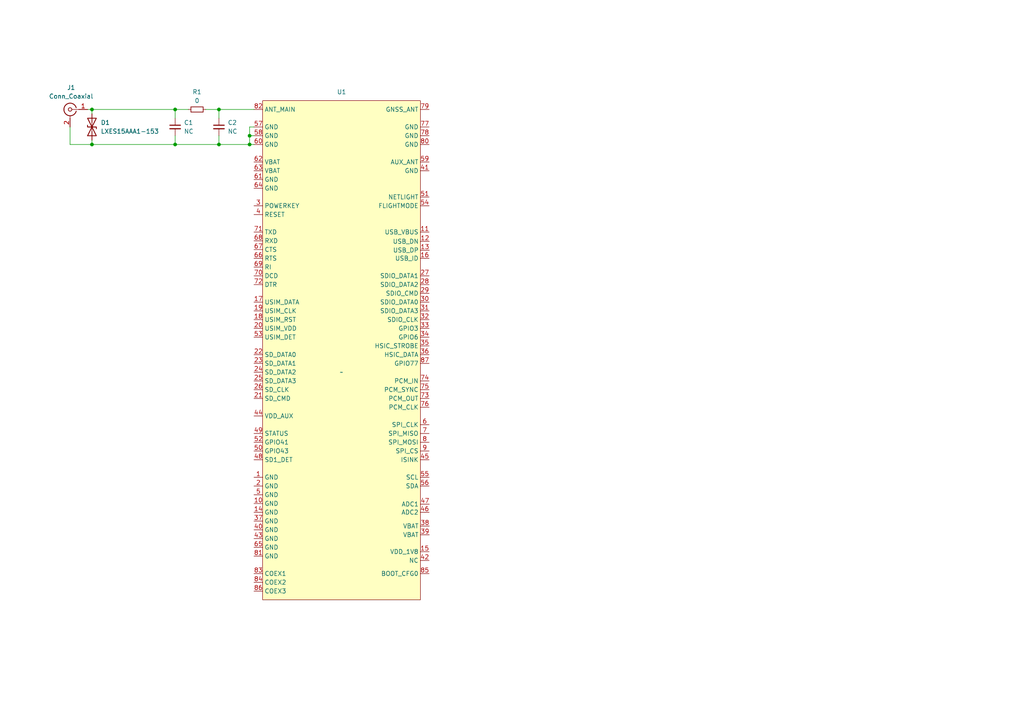
<source format=kicad_sch>
(kicad_sch (version 20230121) (generator eeschema)
  (paper "A4")
  (lib_symbols
    (symbol "Connector:Conn_Coaxial" (pin_names (offset 1.016) hide)
      (property "Reference" "J" (at 0.254 3.048 0))
      (property "Value" "Conn_Coaxial" (at 2.921 0 90))
      (symbol "Conn_Coaxial_0_1"
        (arc (start -1.778 -0.508) (mid 0.2311 -1.8066) (end 1.778 0) (stroke (width 0.254)))
        (polyline (pts (xy -2.54 0) (xy -0.508 0)))
        (polyline (pts (xy 0 -2.54) (xy 0 -1.778)))
        (circle (center 0 0) (radius 0.508) (stroke (width 0.2032)))
        (arc (start 1.778 0) (mid 0.2099 1.8101) (end -1.778 0.508) (stroke (width 0.254)))
      )
      (symbol "Conn_Coaxial_1_1"
        (pin passive line (at -5.08 0 0) (length 2.54) (name "In") (number "1"))
        (pin passive line (at 0 -5.08 90) (length 2.54) (name "Ext") (number "2"))
      )
    )
    (symbol "Device:C_Small" (pin_numbers hide) (pin_names (offset 0.254) hide)
      (property "Reference" "C" (at 0.254 1.778 0))
      (property "Value" "C_Small" (at 0.254 -2.032 0))
      (symbol "C_Small_0_1"
        (polyline (pts (xy -1.524 -0.508) (xy 1.524 -0.508)) (stroke (width 0.3302)))
        (polyline (pts (xy -1.524 0.508) (xy 1.524 0.508)) (stroke (width 0.3048)))
      )
      (symbol "C_Small_1_1"
        (pin passive line (at 0 2.54 270) (length 2.032) (name "~") (number "1"))
        (pin passive line (at 0 -2.54 90) (length 2.032) (name "~") (number "2"))
      )
    )
    (symbol "Device:D_TVS" (pin_numbers hide) (pin_names (offset 1.016) hide)
      (property "Reference" "D" (at 0 2.54 0))
      (property "Value" "D_TVS" (at 0 -2.54 0))
      (symbol "D_TVS_0_1"
        (polyline (pts (xy 1.27 0) (xy -1.27 0)))
        (polyline (pts (xy 0.508 1.27) (xy 0 1.27) (xy 0 -1.27) (xy -0.508 -1.27)) (stroke (width 0.254)))
        (polyline (pts (xy -2.54 1.27) (xy -2.54 -1.27) (xy 2.54 1.27) (xy 2.54 -1.27) (xy -2.54 1.27)) (stroke (width 0.254)))
      )
      (symbol "D_TVS_1_1"
        (pin passive line (at -3.81 0 0) (length 2.54) (name "A1") (number "1"))
        (pin passive line (at 3.81 0 180) (length 2.54) (name "A2") (number "2"))
      )
    )
    (symbol "Device:R_Small" (pin_numbers hide) (pin_names (offset 0.254) hide)
      (property "Reference" "R" (at 0.762 0.508 0))
      (property "Value" "R_Small" (at 0.762 -1.016 0))
      (symbol "R_Small_0_1"
        (rectangle (start -0.762 1.778) (end 0.762 -1.778) (stroke (width 0.2032)))
      )
      (symbol "R_Small_1_1"
        (pin passive line (at 0 2.54 270) (length 0.762) (name "~") (number "1"))
        (pin passive line (at 0 -2.54 90) (length 0.762) (name "~") (number "2"))
      )
    )
    (symbol "SimCom:SIM7600E"
      (property "Reference" "U" (at 15.24 -67.31 0))
      (symbol "SIM7600E_1_1"
        (rectangle (start -22.86 78.74) (end 22.86 -66.04) (fill (type background)))
        (pin input line (at -25.4 -30.48 0) (length 2.54) (name "GND") (number "1"))
        (pin input line (at -25.4 -38.1 0) (length 2.54) (name "GND") (number "10"))
        (pin input line (at 25.4 40.64 180) (length 2.54) (name "USB_VBUS") (number "11"))
        (pin input line (at 25.4569 37.9221 180) (length 2.54) (name "USB_DN") (number "12"))
        (pin input line (at 25.4569 35.3821 180) (length 2.54) (name "USB_DP") (number "13"))
        (pin input line (at -25.4 -40.64 0) (length 2.54) (name "GND") (number "14"))
        (pin input line (at 25.4 -52.07 180) (length 2.54) (name "VDD_1V8") (number "15"))
        (pin input line (at 25.4 33.02 180) (length 2.54) (name "USB_ID") (number "16"))
        (pin input line (at -25.4 20.32 0) (length 2.54) (name "USIM_DATA") (number "17"))
        (pin input line (at -25.4 15.24 0) (length 2.54) (name "USIM_RST") (number "18"))
        (pin input line (at -25.4 17.78 0) (length 2.54) (name "USIM_CLK") (number "19"))
        (pin input line (at -25.4 -33.02 0) (length 2.54) (name "GND") (number "2"))
        (pin input line (at -25.4 12.7 0) (length 2.54) (name "USIM_VDD") (number "20"))
        (pin input line (at -25.4 -7.62 0) (length 2.54) (name "SD_CMD") (number "21"))
        (pin input line (at -25.4 5.08 0) (length 2.54) (name "SD_DATA0") (number "22"))
        (pin input line (at -25.4 2.54 0) (length 2.54) (name "SD_DATA1") (number "23"))
        (pin input line (at -25.4 0 0) (length 2.54) (name "SD_DATA2") (number "24"))
        (pin input line (at -25.4 -2.54 0) (length 2.54) (name "SD_DATA3") (number "25"))
        (pin input line (at -25.4 -5.08 0) (length 2.54) (name "SD_CLK") (number "26"))
        (pin input line (at 25.4 27.94 180) (length 2.54) (name "SDIO_DATA1") (number "27"))
        (pin input line (at 25.4 25.4 180) (length 2.54) (name "SDIO_DATA2") (number "28"))
        (pin input line (at 25.4 22.86 180) (length 2.54) (name "SDIO_CMD") (number "29"))
        (pin input line (at -25.4 48.26 0) (length 2.54) (name "POWERKEY") (number "3"))
        (pin input line (at 25.4 20.32 180) (length 2.54) (name "SDIO_DATA0") (number "30"))
        (pin input line (at 25.4 17.78 180) (length 2.54) (name "SDIO_DATA3") (number "31"))
        (pin input line (at 25.4 15.24 180) (length 2.54) (name "SDIO_CLK") (number "32"))
        (pin input line (at 25.4 12.7 180) (length 2.54) (name "GPIO3") (number "33"))
        (pin input line (at 25.4 10.16 180) (length 2.54) (name "GPIO6") (number "34"))
        (pin input line (at 25.4 7.62 180) (length 2.54) (name "HSIC_STROBE") (number "35"))
        (pin input line (at 25.4 5.08 180) (length 2.54) (name "HSIC_DATA") (number "36"))
        (pin input line (at -25.4 -43.18 0) (length 2.54) (name "GND") (number "37"))
        (pin input line (at 25.4569 -44.6279 180) (length 2.54) (name "VBAT") (number "38"))
        (pin input line (at 25.4569 -47.1679 180) (length 2.54) (name "VBAT") (number "39"))
        (pin input line (at -25.4 45.72 0) (length 2.54) (name "RESET") (number "4"))
        (pin input line (at -25.4 -45.72 0) (length 2.54) (name "GND") (number "40"))
        (pin input line (at 25.4 58.42 180) (length 2.54) (name "GND") (number "41"))
        (pin input line (at 25.4 -54.61 180) (length 2.54) (name "NC") (number "42"))
        (pin input line (at -25.4 -48.26 0) (length 2.54) (name "GND") (number "43"))
        (pin input line (at -25.4 -12.7 0) (length 2.54) (name "VDD_AUX") (number "44"))
        (pin input line (at 25.4 -25.4 180) (length 2.54) (name "ISINK") (number "45"))
        (pin input line (at 25.4 -40.64 180) (length 2.54) (name "ADC2") (number "46"))
        (pin input line (at 25.4569 -38.2779 180) (length 2.54) (name "ADC1") (number "47"))
        (pin input line (at -25.4 -25.4 0) (length 2.54) (name "SD1_DET") (number "48"))
        (pin input line (at -25.4 -17.78 0) (length 2.54) (name "STATUS") (number "49"))
        (pin input line (at -25.4 -35.56 0) (length 2.54) (name "GND") (number "5"))
        (pin input line (at -25.4 -22.86 0) (length 2.54) (name "GPIO43") (number "50"))
        (pin input line (at 25.4 50.8 180) (length 2.54) (name "NETLIGHT") (number "51"))
        (pin input line (at -25.4 -20.32 0) (length 2.54) (name "GPIO41") (number "52"))
        (pin input line (at -25.4 10.16 0) (length 2.54) (name "USIM_DET") (number "53"))
        (pin input line (at 25.4 48.26 180) (length 2.54) (name "FLIGHTMODE") (number "54"))
        (pin input line (at 25.4 -30.48 180) (length 2.54) (name "SCL") (number "55"))
        (pin input line (at 25.4 -33.02 180) (length 2.54) (name "SDA") (number "56"))
        (pin input line (at -25.4 71.12 0) (length 2.54) (name "GND") (number "57"))
        (pin input line (at -25.4 68.58 0) (length 2.54) (name "GND") (number "58"))
        (pin input line (at 25.4 60.96 180) (length 2.54) (name "AUX_ANT") (number "59"))
        (pin input line (at 25.4 -15.24 180) (length 2.54) (name "SPI_CLK") (number "6"))
        (pin input line (at -25.4 66.04 0) (length 2.54) (name "GND") (number "60"))
        (pin input line (at -25.4 55.88 0) (length 2.54) (name "GND") (number "61"))
        (pin input line (at -25.4 60.96 0) (length 2.54) (name "VBAT") (number "62"))
        (pin input line (at -25.4 58.42 0) (length 2.54) (name "VBAT") (number "63"))
        (pin input line (at -25.4 53.34 0) (length 2.54) (name "GND") (number "64"))
        (pin input line (at -25.4 -50.8 0) (length 2.54) (name "GND") (number "65"))
        (pin input line (at -25.4 33.02 0) (length 2.54) (name "RTS") (number "66"))
        (pin input line (at -25.4 35.56 0) (length 2.54) (name "CTS") (number "67"))
        (pin input line (at -25.4 38.1 0) (length 2.54) (name "RXD") (number "68"))
        (pin input line (at -25.4 30.48 0) (length 2.54) (name "RI") (number "69"))
        (pin input line (at 25.4 -17.78 180) (length 2.54) (name "SPI_MISO") (number "7"))
        (pin input line (at -25.4 27.94 0) (length 2.54) (name "DCD") (number "70"))
        (pin input line (at -25.4 40.64 0) (length 2.54) (name "TXD") (number "71"))
        (pin input line (at -25.4 25.4 0) (length 2.54) (name "DTR") (number "72"))
        (pin input line (at 25.4 -7.62 180) (length 2.54) (name "PCM_OUT") (number "73"))
        (pin input line (at 25.4 -2.54 180) (length 2.54) (name "PCM_IN") (number "74"))
        (pin input line (at 25.4 -5.08 180) (length 2.54) (name "PCM_SYNC") (number "75"))
        (pin input line (at 25.4 -10.16 180) (length 2.54) (name "PCM_CLK") (number "76"))
        (pin input line (at 25.4 71.12 180) (length 2.54) (name "GND") (number "77"))
        (pin input line (at 25.4 68.58 180) (length 2.54) (name "GND") (number "78"))
        (pin input line (at 25.4 76.2 180) (length 2.54) (name "GNSS_ANT") (number "79"))
        (pin input line (at 25.4 -20.32 180) (length 2.54) (name "SPI_MOSI") (number "8"))
        (pin input line (at 25.4 66.04 180) (length 2.54) (name "GND") (number "80"))
        (pin input line (at -25.4 -53.34 0) (length 2.54) (name "GND") (number "81"))
        (pin input line (at -25.4 76.2 0) (length 2.54) (name "ANT_MAIN") (number "82"))
        (pin input line (at -25.4 -58.42 0) (length 2.54) (name "COEX1") (number "83"))
        (pin input line (at -25.4 -60.96 0) (length 2.54) (name "COEX2") (number "84"))
        (pin input line (at 25.4 -58.42 180) (length 2.54) (name "BOOT_CFG0") (number "85"))
        (pin input line (at -25.4 -63.5 0) (length 2.54) (name "COEX3") (number "86"))
        (pin input line (at 25.4 2.54 180) (length 2.54) (name "GPIO77") (number "87"))
        (pin input line (at 25.4 -22.86 180) (length 2.54) (name "SPI_CS") (number "9"))
      )
    )
  )
  (junction (at 72.39 41.91))
  (junction (at 26.67 31.75))
  (junction (at 63.5 41.91))
  (junction (at 26.67 41.91))
  (junction (at 50.8 31.75))
  (junction (at 63.5 31.75))
  (junction (at 72.39 39.37))
  (junction (at 50.8 41.91))
  (wire (pts (xy 26.67 31.75) (xy 50.8 31.75)))
  (wire (pts (xy 50.8 31.75) (xy 50.8 34.29)))
  (wire (pts (xy 73.66 36.83) (xy 72.39 36.83)))
  (wire (pts (xy 20.32 36.83) (xy 20.32 41.91)))
  (wire (pts (xy 25.4 31.75) (xy 26.67 31.75)))
  (wire (pts (xy 72.39 36.83) (xy 72.39 39.37)))
  (wire (pts (xy 26.67 40.64) (xy 26.67 41.91)))
  (wire (pts (xy 50.8 41.91) (xy 63.5 41.91)))
  (wire (pts (xy 59.69 31.75) (xy 63.5 31.75)))
  (wire (pts (xy 72.39 39.37) (xy 72.39 41.91)))
  (wire (pts (xy 50.8 31.75) (xy 54.61 31.75)))
  (wire (pts (xy 63.5 31.75) (xy 73.66 31.75)))
  (wire (pts (xy 63.5 41.91) (xy 72.39 41.91)))
  (wire (pts (xy 73.66 39.37) (xy 72.39 39.37)))
  (wire (pts (xy 20.32 41.91) (xy 26.67 41.91)))
  (wire (pts (xy 50.8 39.37) (xy 50.8 41.91)))
  (wire (pts (xy 63.5 31.75) (xy 63.5 34.29)))
  (wire (pts (xy 26.67 41.91) (xy 50.8 41.91)))
  (wire (pts (xy 26.67 31.75) (xy 26.67 33.02)))
  (wire (pts (xy 73.66 41.91) (xy 72.39 41.91)))
  (wire (pts (xy 63.5 39.37) (xy 63.5 41.91)))
  (symbol (lib_id "Device:C_Small") (at 50.8 36.83 0) (unit 1)
    (property "Reference" "C1" (at 53.34 35.5663 0) (effects (justify left)))
    (property "Value" "NC" (at 53.34 38.1063 0) (effects (justify left)))
    (property "Footprint" "Capacitor_SMD:C_0805_2012Metric_Pad1.18x1.45mm_HandSolder" (effects hide))
  )
  (symbol (lib_id "Device:C_Small") (at 63.5 36.83 0) (unit 1)
    (property "Reference" "C2" (at 66.04 35.5663 0) (effects (justify left)))
    (property "Value" "NC" (at 66.04 38.1063 0) (effects (justify left)))
    (property "Footprint" "Capacitor_SMD:C_0805_2012Metric_Pad1.18x1.45mm_HandSolder" (effects hide))
  )
  (symbol (lib_id "Connector:Conn_Coaxial") (at 20.32 31.75 0) (mirror y) (unit 1)
    (property "Reference" "J1" (at 20.6374 25.4 0))
    (property "Value" "Conn_Coaxial" (at 20.6374 27.94 0))
    (property "Footprint" "Connector_Coaxial:SMA_Molex_73251-2120_EdgeMount_Horizontal" (effects hide))
    (property "Datasheet" " ~" (effects hide))
    (property "JLCPCB" "C496550" (effects hide))
  )
  (symbol (lib_id "SimCom:SIM7600E") (at 99.06 107.95 0) (unit 1)
    (property "Reference" "U1" (at 99.0884 26.67 0))
    (property "Value" "~" (at 99.06 107.95 0))
    (property "Footprint" "SIMCOM_Modules:SIMCOM7600E" (effects hide))
  )
  (symbol (lib_id "Device:R_Small") (at 57.15 31.75 90) (unit 1)
    (property "Reference" "R1" (at 57.15 26.67 90))
    (property "Value" "0" (at 57.15 29.21 90))
    (property "Footprint" "Resistor_SMD:R_0805_2012Metric_Pad1.20x1.40mm_HandSolder" (effects hide))
  )
  (symbol (lib_id "Device:D_TVS") (at 26.67 36.83 90) (unit 1)
    (property "Reference" "D1" (at 29.21 35.56 90) (effects (justify right)))
    (property "Value" "LXES15AAA1-153" (at 29.21 38.1 90) (effects (justify right)))
    (property "Footprint" "Diode_SMD:D_0402_1005Metric" (effects hide))
    (property "JLCPCB" "C5210978" (effects hide))
  )
)
</source>
